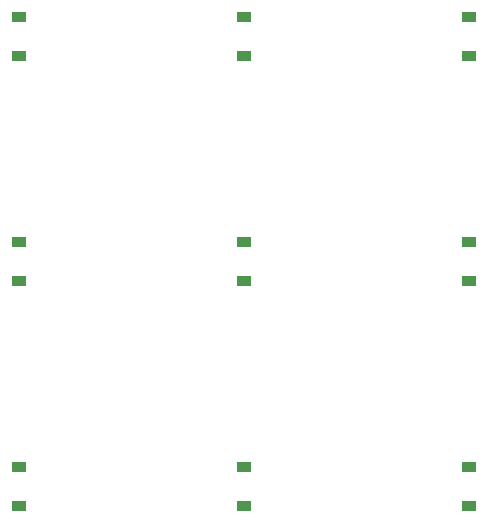
<source format=gbr>
%TF.GenerationSoftware,KiCad,Pcbnew,(5.1.6)-1*%
%TF.CreationDate,2021-09-03T02:09:39-07:00*%
%TF.ProjectId,Rocketboard-9E,526f636b-6574-4626-9f61-72642d39452e,1.0*%
%TF.SameCoordinates,Original*%
%TF.FileFunction,Paste,Bot*%
%TF.FilePolarity,Positive*%
%FSLAX46Y46*%
G04 Gerber Fmt 4.6, Leading zero omitted, Abs format (unit mm)*
G04 Created by KiCad (PCBNEW (5.1.6)-1) date 2021-09-03 02:09:39*
%MOMM*%
%LPD*%
G01*
G04 APERTURE LIST*
%ADD10R,1.200000X0.900000*%
G04 APERTURE END LIST*
D10*
%TO.C,D9*%
X154600000Y-120250000D03*
X154600000Y-123550000D03*
%TD*%
%TO.C,D8*%
X135550000Y-120250000D03*
X135550000Y-123550000D03*
%TD*%
%TO.C,D7*%
X116500000Y-120250000D03*
X116500000Y-123550000D03*
%TD*%
%TO.C,D6*%
X154600000Y-101200000D03*
X154600000Y-104500000D03*
%TD*%
%TO.C,D5*%
X135550000Y-101200000D03*
X135550000Y-104500000D03*
%TD*%
%TO.C,D4*%
X116500000Y-101200000D03*
X116500000Y-104500000D03*
%TD*%
%TO.C,D3*%
X154600000Y-82150000D03*
X154600000Y-85450000D03*
%TD*%
%TO.C,D2*%
X135550000Y-82150000D03*
X135550000Y-85450000D03*
%TD*%
%TO.C,D1*%
X116500000Y-82150000D03*
X116500000Y-85450000D03*
%TD*%
M02*

</source>
